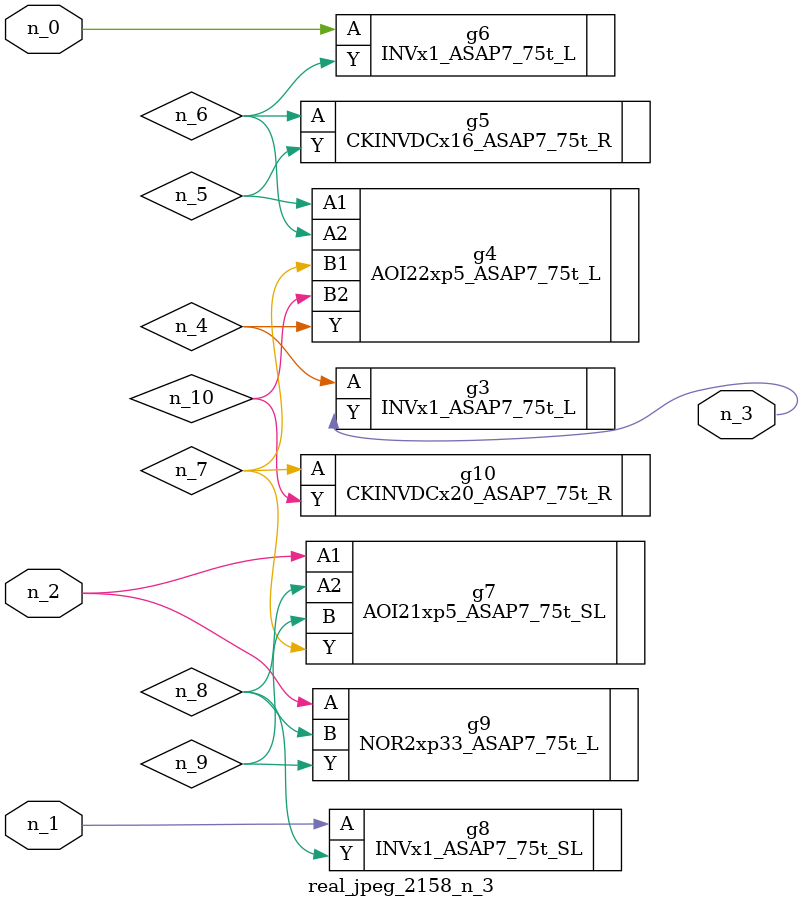
<source format=v>
module real_jpeg_2158_n_3 (n_1, n_0, n_2, n_3);

input n_1;
input n_0;
input n_2;

output n_3;

wire n_5;
wire n_8;
wire n_4;
wire n_6;
wire n_7;
wire n_10;
wire n_9;

INVx1_ASAP7_75t_L g6 ( 
.A(n_0),
.Y(n_6)
);

INVx1_ASAP7_75t_SL g8 ( 
.A(n_1),
.Y(n_8)
);

AOI21xp5_ASAP7_75t_SL g7 ( 
.A1(n_2),
.A2(n_8),
.B(n_9),
.Y(n_7)
);

NOR2xp33_ASAP7_75t_L g9 ( 
.A(n_2),
.B(n_8),
.Y(n_9)
);

INVx1_ASAP7_75t_L g3 ( 
.A(n_4),
.Y(n_3)
);

AOI22xp5_ASAP7_75t_L g4 ( 
.A1(n_5),
.A2(n_6),
.B1(n_7),
.B2(n_10),
.Y(n_4)
);

CKINVDCx16_ASAP7_75t_R g5 ( 
.A(n_6),
.Y(n_5)
);

CKINVDCx20_ASAP7_75t_R g10 ( 
.A(n_7),
.Y(n_10)
);


endmodule
</source>
